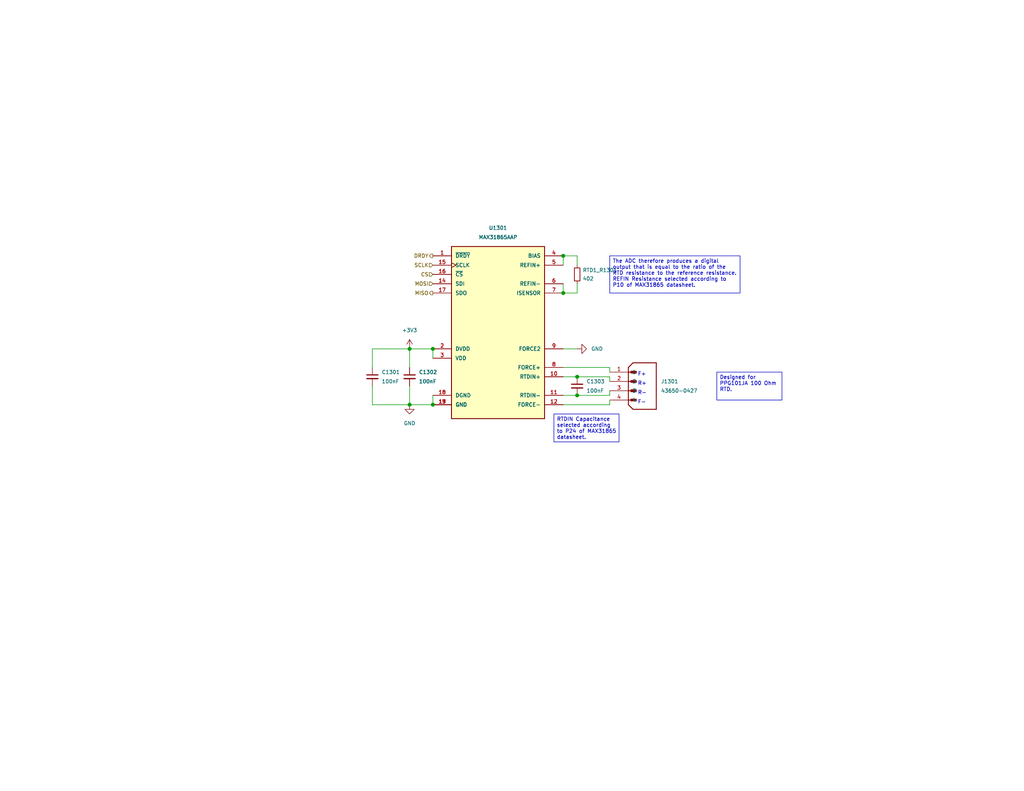
<source format=kicad_sch>
(kicad_sch (version 20230121) (generator eeschema)
  (paper "USLetter")
  (title_block (title "Blackbody A") (date "2023-07-16") (rev "v0.2.0") (company "LHR Solar") (comment 1 "Jacob Giddens") (comment 2 "Matthew Yu") (comment 3 "Gary Hallock"))
  (lib_symbols
    (symbol "Device:C_Small" (pin_numbers hide) (pin_names (offset 0.254) hide)
      (property "Reference" "C" (at 0.254 1.778 0))
      (property "Value" "C_Small" (at 0.254 -2.032 0))
      (symbol "C_Small_0_1"
        (polyline (pts (xy -1.524 -0.508) (xy 1.524 -0.508)) (stroke (width 0.3302)))
        (polyline (pts (xy -1.524 0.508) (xy 1.524 0.508)) (stroke (width 0.3048)))
      )
      (symbol "C_Small_1_1"
        (pin passive line (at 0 2.54 270) (length 2.032) (name "~") (number "1"))
        (pin passive line (at 0 -2.54 90) (length 2.032) (name "~") (number "2"))
      )
    )
    (symbol "Device:R_Small" (pin_numbers hide) (pin_names (offset 0.254) hide)
      (property "Reference" "R" (at 0.762 0.508 0))
      (property "Value" "R_Small" (at 0.762 -1.016 0))
      (symbol "R_Small_0_1"
        (rectangle (start -0.762 1.778) (end 0.762 -1.778) (stroke (width 0.2032)))
      )
      (symbol "R_Small_1_1"
        (pin passive line (at 0 2.54 270) (length 0.762) (name "~") (number "1"))
        (pin passive line (at 0 -2.54 90) (length 0.762) (name "~") (number "2"))
      )
    )
    (symbol "maxim_MAX31865AAP:MAX31865AAP" (pin_names (offset 1.016))
      (property "Reference" "U" (at -12.7 25.4 0))
      (property "Value" "MAX31865AAP" (at -12.7 -30.48 0))
      (symbol "MAX31865AAP_0_0"
        (rectangle (start -12.7 25.4) (end 12.7 -21.59) (stroke (width 0.254)) (fill (type background)))
        (pin output line (at -17.78 22.86 0) (length 5.08) (name "~{DRDY}") (number "1"))
        (pin input line (at 17.78 -10.16 180) (length 5.08) (name "RTDIN+") (number "10"))
        (pin input line (at 17.78 -15.24 180) (length 5.08) (name "RTDIN-") (number "11"))
        (pin input line (at 17.78 -17.78 180) (length 5.08) (name "FORCE-") (number "12"))
        (pin power_in line (at -17.78 -17.78 0) (length 5.08) (name "GND") (number "13"))
        (pin input line (at -17.78 15.24 0) (length 5.08) (name "SDI") (number "14"))
        (pin input clock (at -17.78 20.32 0) (length 5.08) (name "SCLK") (number "15"))
        (pin input line (at -17.78 17.78 0) (length 5.08) (name "~{CS}") (number "16"))
        (pin output line (at -17.78 12.7 0) (length 5.08) (name "SDO") (number "17"))
        (pin power_in line (at -17.78 -15.24 0) (length 5.08) (name "DGND") (number "18"))
        (pin power_in line (at -17.78 -17.78 0) (length 5.08) (name "GND") (number "19"))
        (pin power_in line (at -17.78 -2.54 0) (length 5.08) (name "DVDD") (number "2"))
        (pin power_in line (at -17.78 -5.08 0) (length 5.08) (name "VDD") (number "3"))
        (pin output line (at 17.78 22.86 180) (length 5.08) (name "BIAS") (number "4"))
        (pin input line (at 17.78 20.32 180) (length 5.08) (name "REFIN+") (number "5"))
        (pin input line (at 17.78 15.24 180) (length 5.08) (name "REFIN-") (number "6"))
        (pin input line (at 17.78 12.7 180) (length 5.08) (name "ISENSOR") (number "7"))
        (pin output line (at 17.78 -7.62 180) (length 5.08) (name "FORCE+") (number "8"))
        (pin input line (at 17.78 -2.54 180) (length 5.08) (name "FORCE2") (number "9"))
      )
    )
    (symbol "molex_microfit_43650_0427:43650-0427" (pin_names (offset 1.016))
      (property "Reference" "J" (at 0 6.35 0))
      (property "Value" "43650-0427" (at 0 -10.16 0))
      (symbol "43650-0427_0_0"
        (polyline (pts (xy 0 -6.35) (xy 1.27 -7.62)) (stroke (width 0.254)))
        (polyline (pts (xy 0 -5.08) (xy 1.905 -5.08)) (stroke (width 0.254)))
        (polyline (pts (xy 0 -2.54) (xy 1.905 -2.54)) (stroke (width 0.254)))
        (polyline (pts (xy 0 0) (xy 1.905 0)) (stroke (width 0.254)))
        (polyline (pts (xy 0 2.54) (xy 0 -6.35)) (stroke (width 0.254)))
        (polyline (pts (xy 0 2.54) (xy 1.905 2.54)) (stroke (width 0.254)))
        (polyline (pts (xy 0 3.81) (xy 0 2.54)) (stroke (width 0.254)))
        (polyline (pts (xy 0 3.81) (xy 1.27 5.08)) (stroke (width 0.254)))
        (polyline (pts (xy 1.27 -7.62) (xy 7.62 -7.62)) (stroke (width 0.254)))
        (polyline (pts (xy 7.62 -7.62) (xy 7.62 5.08)) (stroke (width 0.254)))
        (polyline (pts (xy 7.62 5.08) (xy 1.27 5.08)) (stroke (width 0.254)))
        (rectangle (start 0.635 -5.3975) (end 2.2225 -4.7625) (stroke (width 0.1)) (fill (type outline)))
        (rectangle (start 0.635 -2.8575) (end 2.2225 -2.2225) (stroke (width 0.1)) (fill (type outline)))
        (rectangle (start 0.635 -0.3175) (end 2.2225 0.3175) (stroke (width 0.1)) (fill (type outline)))
        (rectangle (start 0.635 2.2225) (end 2.2225 2.8575) (stroke (width 0.1)) (fill (type outline)))
        (pin passive line (at -5.08 2.54 0) (length 5.08) (name "1") (number "1"))
        (pin passive line (at -5.08 0 0) (length 5.08) (name "2") (number "2"))
        (pin passive line (at -5.08 -2.54 0) (length 5.08) (name "3") (number "3"))
        (pin passive line (at -5.08 -5.08 0) (length 5.08) (name "4") (number "4"))
      )
    )
    (symbol "power:+3V3" (power) (pin_names (offset 0))
      (property "Value" "+3V3" (at 0 3.556 0))
      (symbol "+3V3_0_1"
        (polyline (pts (xy -0.762 1.27) (xy 0 2.54)))
        (polyline (pts (xy 0 0) (xy 0 2.54)))
        (polyline (pts (xy 0 2.54) (xy 0.762 1.27)))
      )
      (symbol "+3V3_1_1"
        (pin power_in line (at 0 0 90) (length 0) hide (name "+3V3") (number "1"))
      )
    )
    (symbol "power:GND" (power) (pin_names (offset 0))
      (property "Value" "GND" (at 0 -3.81 0))
      (symbol "GND_0_1"
        (polyline (pts (xy 0 0) (xy 0 -1.27) (xy 1.27 -1.27) (xy 0 -2.54) (xy -1.27 -1.27) (xy 0 -1.27)))
      )
      (symbol "GND_1_1"
        (pin power_in line (at 0 0 270) (length 0) hide (name "GND") (number "1"))
      )
    )
  )
  (junction (at 118.11 110.49))
  (junction (at 111.76 110.49))
  (junction (at 153.67 80.01))
  (junction (at 157.48 107.95))
  (junction (at 118.11 95.25))
  (junction (at 111.76 95.25))
  (junction (at 153.67 69.85))
  (junction (at 157.48 102.87))
  (wire (pts (xy 166.37 107.95) (xy 166.37 106.68)))
  (wire (pts (xy 111.76 95.25) (xy 111.76 100.33)))
  (wire (pts (xy 153.67 102.87) (xy 157.48 102.87)))
  (wire (pts (xy 101.6 110.49) (xy 101.6 105.41)))
  (wire (pts (xy 157.48 72.39) (xy 157.48 69.85)))
  (wire (pts (xy 166.37 102.87) (xy 166.37 104.14)))
  (wire (pts (xy 111.76 95.25) (xy 118.11 95.25)))
  (wire (pts (xy 153.67 72.39) (xy 153.67 69.85)))
  (wire (pts (xy 157.48 80.01) (xy 153.67 80.01)))
  (wire (pts (xy 153.67 107.95) (xy 157.48 107.95)))
  (wire (pts (xy 157.48 107.95) (xy 166.37 107.95)))
  (wire (pts (xy 118.11 107.95) (xy 118.11 110.49)))
  (wire (pts (xy 153.67 77.47) (xy 153.67 80.01)))
  (wire (pts (xy 101.6 110.49) (xy 111.76 110.49)))
  (wire (pts (xy 111.76 110.49) (xy 111.76 105.41)))
  (wire (pts (xy 157.48 102.87) (xy 166.37 102.87)))
  (wire (pts (xy 157.48 69.85) (xy 153.67 69.85)))
  (wire (pts (xy 101.6 95.25) (xy 111.76 95.25)))
  (wire (pts (xy 111.76 110.49) (xy 118.11 110.49)))
  (wire (pts (xy 157.48 77.47) (xy 157.48 80.01)))
  (wire (pts (xy 153.67 100.33) (xy 166.37 100.33)))
  (wire (pts (xy 153.67 95.25) (xy 157.48 95.25)))
  (wire (pts (xy 166.37 110.49) (xy 166.37 109.22)))
  (wire (pts (xy 118.11 95.25) (xy 118.11 97.79)))
  (wire (pts (xy 166.37 100.33) (xy 166.37 101.6)))
  (wire (pts (xy 101.6 95.25) (xy 101.6 100.33)))
  (wire (pts (xy 153.67 110.49) (xy 166.37 110.49)))
  (text_box "RTDIN Capacitance selected according to P24 of MAX31865 datasheet." (at 151.13 113.03 0) (size 17.78 7.62) (effects (font (size 1.016 1.016)) (justify left top)))
  (text_box "The ADC therefore produces a digital output that is equal to the ratio of the RTD resistance to the reference resistance.\nREFIN Resistance selected according to P10 of MAX31865 datasheet." (at 166.37 69.85 0) (size 35.56 10.16) (effects (font (size 1.016 1.016)) (justify left top)))
  (text_box "Designed for PPG101JA 100 Ohm RTD." (at 195.58 101.6 0) (size 17.78 7.62) (effects (font (size 1.016 1.016)) (justify left top)))
  (text "R-" (at 173.99 107.95 0) (effects (font (size 1.016 1.016)) (justify left bottom)))
  (text "F-" (at 173.99 110.49 0) (effects (font (size 1.016 1.016)) (justify left bottom)))
  (text "R+" (at 173.99 105.41 0) (effects (font (size 1.016 1.016)) (justify left bottom)))
  (text "F+" (at 173.99 102.87 0) (effects (font (size 1.016 1.016)) (justify left bottom)))
  (hierarchical_label "MISO" (shape output) (at 118.11 80.01 180) (effects (font (size 1 1))))
  (hierarchical_label "MOSI" (shape input) (at 118.11 77.47 180) (effects (font (size 1 1))))
  (hierarchical_label "CS" (shape input) (at 118.11 74.93 180) (effects (font (size 1 1))))
  (hierarchical_label "DRDY" (shape output) (at 118.11 69.85 180) (effects (font (size 1 1))))
  (hierarchical_label "SCLK" (shape input) (at 118.11 72.39 180) (effects (font (size 1 1))))
  (symbol (lib_id "Device:C_Small") (at 157.48 105.41 0) (unit 1)
    (property "Reference" "C1303" (at 160.02 104.14 0) (effects (font (size 1 1)) (justify left)))
    (property "Value" "100nF" (at 160.02 106.68 0) (effects (font (size 1 1)) (justify left)))
    (property "Footprint" "Capacitor_SMD:C_0402_1005Metric" (effects hide))
    (property "Datasheet" "https://datasheet.lcsc.com/lcsc/2304140030_Samsung-Electro-Mechanics-CL05B104KO5NNNC_C1525.pdf" (effects hide))
    (property "Distributor" "JLCPCB" (effects hide))
    (property "Manufacturer" "Samsung Electro-Mechanics" (effects hide))
    (property "P/N" "CL05B104KO5NNNC" (effects hide))
    (property "LCSC Part #" "C1525" (effects hide))
    (property "Cost" "0.0008" (effects hide))
    (property "Notes" "Rated for 16V." (effects hide))
    (instances (project "blackbody_a" (path "" (reference "C1303") (unit 1)) (path "" (reference "C1203") (unit 1)) (path "" (reference "C1103") (unit 1)) (path "" (reference "C1003") (unit 1)) (path "" (reference "C903") (unit 1)) (path "" (reference "C803") (unit 1)) (path "" (reference "C6") (unit 1)) (path "" (reference "C703") (unit 1)) (path "" (reference "C603") (unit 1)) (path "" (reference "C?") (unit 1))))
  )
  (symbol (lib_id "Device:C_Small") (at 101.6 102.87 0) (unit 1)
    (property "Reference" "C1301" (at 104.14 101.6 0) (effects (font (size 1 1)) (justify left)))
    (property "Value" "100nF" (at 104.14 104.14 0) (effects (font (size 1 1)) (justify left)))
    (property "Footprint" "Capacitor_SMD:C_0402_1005Metric" (effects hide))
    (property "Datasheet" "https://datasheet.lcsc.com/lcsc/2304140030_Samsung-Electro-Mechanics-CL05B104KO5NNNC_C1525.pdf" (effects hide))
    (property "Distributor" "JLCPCB" (effects hide))
    (property "Manufacturer" "Samsung Electro-Mechanics" (effects hide))
    (property "P/N" "CL05B104KO5NNNC" (effects hide))
    (property "LCSC Part #" "C1525" (effects hide))
    (property "Cost" "0.0008" (effects hide))
    (property "Notes" "Rated for 16V." (effects hide))
    (instances (project "blackbody_a" (path "" (reference "C1301") (unit 1)) (path "" (reference "C1201") (unit 1)) (path "" (reference "C1101") (unit 1)) (path "" (reference "C1001") (unit 1)) (path "" (reference "C901") (unit 1)) (path "" (reference "C801") (unit 1)) (path "" (reference "C6") (unit 1)) (path "" (reference "C701") (unit 1)) (path "" (reference "C601") (unit 1)) (path "" (reference "C?") (unit 1))))
  )
  (symbol (lib_id "molex_microfit_43650_0427:43650-0427") (at 171.45 104.14 0) (unit 1)
    (property "Reference" "J1301" (at 180.34 104.14 0) (effects (font (size 1 1)) (justify left)))
    (property "Value" "43650-0427" (at 180.34 106.68 0) (effects (font (size 1 1)) (justify left)))
    (property "Footprint" "footprints:molex_microfit_43650_0427" (effects hide))
    (property "Datasheet" "https://www.molex.com/content/dam/molex/molex-dot-com/products/automated/en-us/salesdrawingpdf/436/43650/436500427_sd.pdf" (effects hide))
    (property "Distributor" "Mouser" (effects hide))
    (property "Manufacturer" "Molex" (effects hide))
    (property "P/N" "43650-0427" (effects hide))
    (property "Cost" "1.41" (effects hide))
    (instances (project "blackbody_a" (path "" (reference "J1301") (unit 1)) (path "" (reference "J1201") (unit 1)) (path "" (reference "J1101") (unit 1)) (path "" (reference "J1001") (unit 1)) (path "" (reference "J901") (unit 1)) (path "" (reference "J801") (unit 1)) (path "" (reference "J601") (unit 1)) (path "" (reference "J701") (unit 1))))
  )
  (symbol (lib_id "power:GND") (at 111.76 110.49 0) (unit 1)
    (property "Reference" "#PWR0702" (effects hide))
    (property "Value" "GND" (at 111.76 115.57 0) (effects (font (size 1 1))))
    (instances (project "blackbody_a" (path "" (reference "#PWR0702") (unit 1)) (path "" (reference "#PWR0602") (unit 1)) (path "" (reference "#PWR0802") (unit 1)) (path "" (reference "#PWR0902") (unit 1)) (path "" (reference "#PWR01002") (unit 1)) (path "" (reference "#PWR01102") (unit 1)) (path "" (reference "#PWR01202") (unit 1)) (path "" (reference "#PWR01302") (unit 1))))
  )
  (symbol (lib_id "Device:R_Small") (at 157.48 74.93 0) (unit 1)
    (property "Reference" "RTD1_R1301" (at 158.9786 73.7616 0) (effects (font (size 1 1)) (justify left)))
    (property "Value" "402" (at 158.9786 76.073 0) (effects (font (size 1 1)) (justify left)))
    (property "Footprint" "Resistor_SMD:R_0805_2012Metric" (effects hide))
    (property "Datasheet" "https://www.mouser.com/datasheet/2/447/PYu_RT_1_to_0_01_RoHS_L_12-3003070.pdf" (effects hide))
    (property "Distributor" "Mouser" (effects hide))
    (property "Manufacturer" "Yageo" (effects hide))
    (property "P/N" "RT0805DRE07402RL" (effects hide))
    (property "Cost" "0.13" (effects hide))
    (property "Notes" "Should be 400 ohms but good enough :(." (effects hide))
    (instances (project "blackbody_a" (path "" (reference "RTD1_R1301") (unit 1)) (path "" (reference "RTD1_R1201") (unit 1)) (path "" (reference "RTD1_R1101") (unit 1)) (path "" (reference "RTD1_R1001") (unit 1)) (path "" (reference "RTD1_R901") (unit 1)) (path "" (reference "RTD1_R801") (unit 1)) (path "" (reference "RTD1_R601") (unit 1)) (path "" (reference "RTD1_R701") (unit 1))))
  )
  (symbol (lib_id "power:+3V3") (at 111.76 95.25 0) (unit 1)
    (property "Reference" "#PWR01301" (effects hide))
    (property "Value" "+3V3" (at 111.76 90.17 0) (effects (font (size 1 1))))
    (instances (project "blackbody_a" (path "" (reference "#PWR01301") (unit 1)) (path "" (reference "#PWR01201") (unit 1)) (path "" (reference "#PWR01101") (unit 1)) (path "" (reference "#PWR01001") (unit 1)) (path "" (reference "#PWR0901") (unit 1)) (path "" (reference "#PWR0801") (unit 1)) (path "" (reference "#PWR0601") (unit 1)) (path "" (reference "#PWR0701") (unit 1))))
  )
  (symbol (lib_id "Device:C_Small") (at 111.76 102.87 0) (unit 1)
    (property "Reference" "C1302" (at 114.3 101.6 0) (effects (font (size 1 1)) (justify left)))
    (property "Value" "100nF" (at 114.3 104.14 0) (effects (font (size 1 1)) (justify left)))
    (property "Footprint" "Capacitor_SMD:C_0402_1005Metric" (effects hide))
    (property "Datasheet" "https://datasheet.lcsc.com/lcsc/2304140030_Samsung-Electro-Mechanics-CL05B104KO5NNNC_C1525.pdf" (effects hide))
    (property "Distributor" "JLCPCB" (effects hide))
    (property "Manufacturer" "Samsung Electro-Mechanics" (effects hide))
    (property "P/N" "CL05B104KO5NNNC" (effects hide))
    (property "LCSC Part #" "C1525" (effects hide))
    (property "Cost" "0.0008" (effects hide))
    (property "Notes" "Rated for 16V." (effects hide))
    (instances (project "blackbody_a" (path "" (reference "C1302") (unit 1)) (path "" (reference "C1202") (unit 1)) (path "" (reference "C1102") (unit 1)) (path "" (reference "C1002") (unit 1)) (path "" (reference "C902") (unit 1)) (path "" (reference "C802") (unit 1)) (path "" (reference "C6") (unit 1)) (path "" (reference "C702") (unit 1)) (path "" (reference "C602") (unit 1)) (path "" (reference "C?") (unit 1))))
  )
  (symbol (lib_id "power:GND") (at 157.48 95.25 90) (unit 1)
    (property "Reference" "#PWR01303" (effects hide))
    (property "Value" "GND" (at 161.29 95.25 90) (effects (font (size 1 1)) (justify right)))
    (instances (project "blackbody_a" (path "" (reference "#PWR01303") (unit 1)) (path "" (reference "#PWR01203") (unit 1)) (path "" (reference "#PWR01103") (unit 1)) (path "" (reference "#PWR01003") (unit 1)) (path "" (reference "#PWR0903") (unit 1)) (path "" (reference "#PWR0803") (unit 1)) (path "" (reference "#PWR0603") (unit 1)) (path "" (reference "#PWR0703") (unit 1))))
  )
  (symbol (lib_id "maxim_MAX31865AAP:MAX31865AAP") (at 135.89 92.71 0) (unit 1)
    (property "Reference" "U1301" (at 135.89 62.23 0) (effects (font (size 1 1))))
    (property "Value" "MAX31865AAP" (at 135.89 64.77 0) (effects (font (size 1 1))))
    (property "Footprint" "footprints:maxim_MAX31865AAP" (effects hide))
    (property "Datasheet" "https://www.mouser.com/datasheet/2/609/MAX31865-3128729.pdf" (effects hide))
    (property "Distributor" "JLCPCB" (effects hide))
    (property "Manufacturer" "Analog Devices / Maxim Integrated" (effects hide))
    (property "P/N" "MAX31865AAP+T" (effects hide))
    (property "LCSC Part #" "C779509" (effects hide))
    (property "Cost" "5.7558" (effects hide))
    (instances (project "blackbody_a" (path "" (reference "U1301") (unit 1)) (path "" (reference "U1201") (unit 1)) (path "" (reference "U1101") (unit 1)) (path "" (reference "U1001") (unit 1)) (path "" (reference "U901") (unit 1)) (path "" (reference "U801") (unit 1)) (path "" (reference "U601") (unit 1)) (path "" (reference "U701") (unit 1))))
  )
)
</source>
